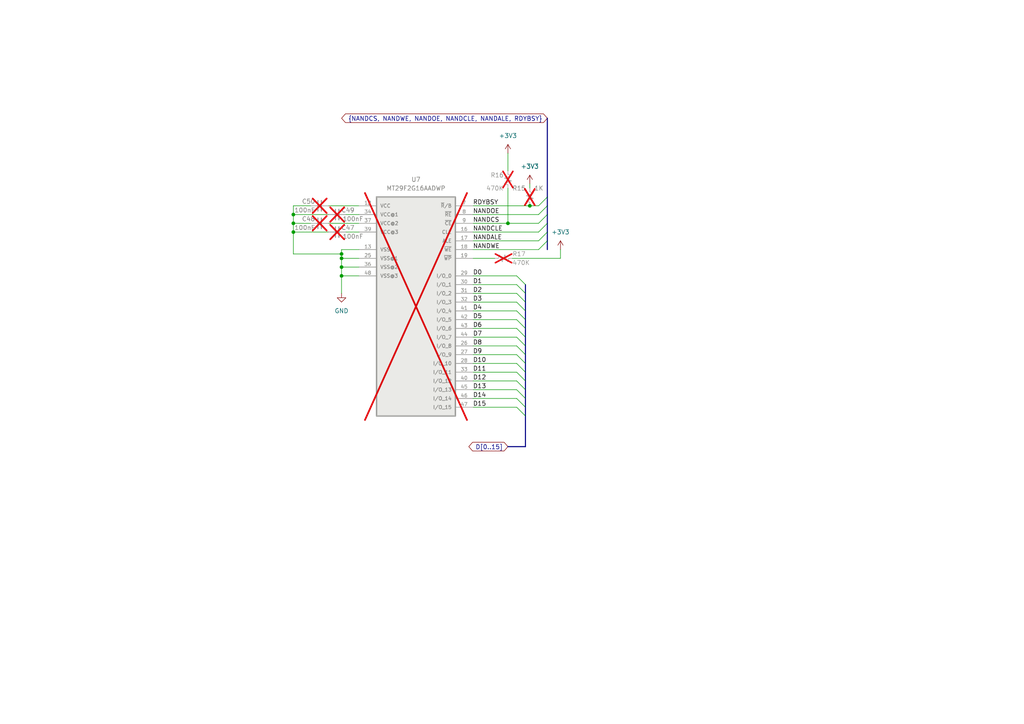
<source format=kicad_sch>
(kicad_sch (version 20230121) (generator eeschema)
  (paper "A4")
  (lib_symbols
    (symbol "Device:C_Small" (pin_numbers hide) (pin_names (offset 0.254) hide)
      (property "Reference" "C" (at 0.254 1.778 0))
      (property "Value" "C_Small" (at 0.254 -2.032 0))
      (symbol "C_Small_0_1"
        (polyline (pts (xy -1.524 -0.508) (xy 1.524 -0.508)) (stroke (width 0.3302)))
        (polyline (pts (xy -1.524 0.508) (xy 1.524 0.508)) (stroke (width 0.3048)))
      )
      (symbol "C_Small_1_1"
        (pin passive line (at 0 2.54 270) (length 2.032) (name "~") (number "1"))
        (pin passive line (at 0 -2.54 90) (length 2.032) (name "~") (number "2"))
      )
    )
    (symbol "Device:R_Small_US" (pin_numbers hide) (pin_names (offset 0.254) hide)
      (property "Reference" "R" (at 0.762 0.508 0))
      (property "Value" "R_Small_US" (at 0.762 -1.016 0))
      (symbol "R_Small_US_1_1"
        (polyline (pts (xy 0 0) (xy 1.016 -0.381) (xy 0 -0.762) (xy -1.016 -1.143) (xy 0 -1.524)))
        (polyline (pts (xy 0 1.524) (xy 1.016 1.143) (xy 0 0.762) (xy -1.016 0.381) (xy 0 0)))
        (pin passive line (at 0 2.54 270) (length 1.016) (name "~") (number "1"))
        (pin passive line (at 0 -2.54 90) (length 1.016) (name "~") (number "2"))
      )
    )
    (symbol "GhazanCustom:MT29F2G16AADWP" (pin_names (offset 1.016))
      (property "Reference" "U" (at 0 -5.08 0))
      (property "Value" "MT29F2G16AADWP" (at 0 -2.54 0))
      (symbol "MT29F2G16AADWP_0_0"
        (rectangle (start 0 0) (end 22.86 63.5) (stroke (width 0.4064)) (fill (type background)))
        (pin passive line (at -5.08 60.96 0) (length 5.08) (name "VCC") (number "12"))
        (pin passive line (at -5.08 48.26 0) (length 5.08) (name "VSS") (number "13"))
        (pin bidirectional line (at 27.94 53.34 180) (length 5.08) (name "CLE") (number "16"))
        (pin bidirectional line (at 27.94 50.8 180) (length 5.08) (name "ALE") (number "17"))
        (pin bidirectional line (at 27.94 48.26 180) (length 5.08) (name "~{WE}") (number "18"))
        (pin bidirectional line (at 27.94 45.72 180) (length 5.08) (name "~{WP}") (number "19"))
        (pin passive line (at -5.08 45.72 0) (length 5.08) (name "VSS@1") (number "25"))
        (pin bidirectional line (at 27.94 20.32 180) (length 5.08) (name "I/O_8") (number "26"))
        (pin bidirectional line (at 27.94 17.78 180) (length 5.08) (name "I/O_9") (number "27"))
        (pin bidirectional line (at 27.94 15.24 180) (length 5.08) (name "I/O_10") (number "28"))
        (pin bidirectional line (at 27.94 40.64 180) (length 5.08) (name "I/O_0") (number "29"))
        (pin bidirectional line (at 27.94 38.1 180) (length 5.08) (name "I/O_1") (number "30"))
        (pin bidirectional line (at 27.94 35.56 180) (length 5.08) (name "I/O_2") (number "31"))
        (pin bidirectional line (at 27.94 33.02 180) (length 5.08) (name "I/O_3") (number "32"))
        (pin bidirectional line (at 27.94 12.7 180) (length 5.08) (name "I/O_11") (number "33"))
        (pin passive line (at -5.08 58.42 0) (length 5.08) (name "VCC@1") (number "34"))
        (pin passive line (at -5.08 43.18 0) (length 5.08) (name "VSS@2") (number "36"))
        (pin passive line (at -5.08 55.88 0) (length 5.08) (name "VCC@2") (number "37"))
        (pin passive line (at -5.08 53.34 0) (length 5.08) (name "VCC@3") (number "39"))
        (pin bidirectional line (at 27.94 10.16 180) (length 5.08) (name "I/O_12") (number "40"))
        (pin bidirectional line (at 27.94 30.48 180) (length 5.08) (name "I/O_4") (number "41"))
        (pin bidirectional line (at 27.94 27.94 180) (length 5.08) (name "I/O_5") (number "42"))
        (pin bidirectional line (at 27.94 25.4 180) (length 5.08) (name "I/O_6") (number "43"))
        (pin bidirectional line (at 27.94 22.86 180) (length 5.08) (name "I/O_7") (number "44"))
        (pin bidirectional line (at 27.94 7.62 180) (length 5.08) (name "I/O_13") (number "45"))
        (pin bidirectional line (at 27.94 5.08 180) (length 5.08) (name "I/O_14") (number "46"))
        (pin bidirectional line (at 27.94 2.54 180) (length 5.08) (name "I/O_15") (number "47"))
        (pin passive line (at -5.08 40.64 0) (length 5.08) (name "VSS@3") (number "48"))
        (pin bidirectional line (at 27.94 60.96 180) (length 5.08) (name "~{R}/B") (number "7"))
        (pin bidirectional line (at 27.94 58.42 180) (length 5.08) (name "~{RE}") (number "8"))
        (pin bidirectional line (at 27.94 55.88 180) (length 5.08) (name "~{CE}") (number "9"))
      )
    )
    (symbol "power:+3V3" (power) (pin_names (offset 0))
      (property "Value" "+3V3" (at 0 3.556 0))
      (symbol "+3V3_0_1"
        (polyline (pts (xy -0.762 1.27) (xy 0 2.54)))
        (polyline (pts (xy 0 0) (xy 0 2.54)))
        (polyline (pts (xy 0 2.54) (xy 0.762 1.27)))
      )
      (symbol "+3V3_1_1"
        (pin power_in line (at 0 0 90) (length 0) hide (name "+3V3") (number "1"))
      )
    )
    (symbol "power:GND" (power) (pin_names (offset 0))
      (property "Value" "GND" (at 0 -3.81 0))
      (symbol "GND_0_1"
        (polyline (pts (xy 0 0) (xy 0 -1.27) (xy 1.27 -1.27) (xy 0 -2.54) (xy -1.27 -1.27) (xy 0 -1.27)))
      )
      (symbol "GND_1_1"
        (pin power_in line (at 0 0 270) (length 0) hide (name "GND") (number "1"))
      )
    )
  )
  (junction (at 85.09 67.31))
  (junction (at 99.06 77.47))
  (junction (at 85.09 62.23))
  (junction (at 99.06 80.01))
  (junction (at 99.06 74.93))
  (junction (at 147.32 64.77))
  (junction (at 153.67 59.69))
  (junction (at 85.09 64.77))
  (junction (at 99.06 73.66))
  (bus_entry (at 152.4 87.63) (size -2.54 -2.54))
  (bus_entry (at 152.4 105.41) (size -2.54 -2.54))
  (bus_entry (at 158.75 59.69) (size -2.54 2.54))
  (bus_entry (at 152.4 100.33) (size -2.54 -2.54))
  (bus_entry (at 158.75 57.15) (size -2.54 2.54))
  (bus_entry (at 152.4 102.87) (size -2.54 -2.54))
  (bus_entry (at 152.4 115.57) (size -2.54 -2.54))
  (bus_entry (at 158.75 67.31) (size -2.54 2.54))
  (bus_entry (at 152.4 92.71) (size -2.54 -2.54))
  (bus_entry (at 152.4 120.65) (size -2.54 -2.54))
  (bus_entry (at 158.75 64.77) (size -2.54 2.54))
  (bus_entry (at 152.4 113.03) (size -2.54 -2.54))
  (bus_entry (at 152.4 85.09) (size -2.54 -2.54))
  (bus_entry (at 152.4 97.79) (size -2.54 -2.54))
  (bus_entry (at 152.4 82.55) (size -2.54 -2.54))
  (bus_entry (at 158.75 62.23) (size -2.54 2.54))
  (bus_entry (at 152.4 95.25) (size -2.54 -2.54))
  (bus_entry (at 152.4 90.17) (size -2.54 -2.54))
  (bus_entry (at 152.4 118.11) (size -2.54 -2.54))
  (bus_entry (at 152.4 107.95) (size -2.54 -2.54))
  (bus_entry (at 158.75 69.85) (size -2.54 2.54))
  (bus_entry (at 152.4 110.49) (size -2.54 -2.54))
  (wire (pts (xy 99.06 80.01) (xy 104.14 80.01)))
  (wire (pts (xy 147.32 64.77) (xy 156.21 64.77)))
  (bus (pts (xy 158.75 59.69) (xy 158.75 62.23)))
  (wire (pts (xy 85.09 73.66) (xy 99.06 73.66)))
  (wire (pts (xy 137.16 87.63) (xy 149.86 87.63)))
  (bus (pts (xy 152.4 105.41) (xy 152.4 107.95)))
  (bus (pts (xy 152.4 85.09) (xy 152.4 87.63)))
  (wire (pts (xy 137.16 95.25) (xy 149.86 95.25)))
  (wire (pts (xy 85.09 64.77) (xy 90.17 64.77)))
  (bus (pts (xy 152.4 87.63) (xy 152.4 90.17)))
  (bus (pts (xy 152.4 110.49) (xy 152.4 113.03)))
  (wire (pts (xy 99.06 73.66) (xy 99.06 74.93)))
  (wire (pts (xy 85.09 62.23) (xy 95.25 62.23)))
  (wire (pts (xy 99.06 72.39) (xy 99.06 73.66)))
  (bus (pts (xy 152.4 120.65) (xy 152.4 129.54)))
  (wire (pts (xy 137.16 115.57) (xy 149.86 115.57)))
  (wire (pts (xy 137.16 80.01) (xy 149.86 80.01)))
  (wire (pts (xy 137.16 67.31) (xy 156.21 67.31)))
  (wire (pts (xy 137.16 85.09) (xy 149.86 85.09)))
  (wire (pts (xy 137.16 102.87) (xy 149.86 102.87)))
  (wire (pts (xy 85.09 64.77) (xy 85.09 67.31)))
  (wire (pts (xy 95.25 59.69) (xy 104.14 59.69)))
  (bus (pts (xy 158.75 67.31) (xy 158.75 69.85)))
  (wire (pts (xy 137.16 118.11) (xy 149.86 118.11)))
  (bus (pts (xy 152.4 107.95) (xy 152.4 110.49)))
  (wire (pts (xy 85.09 59.69) (xy 85.09 62.23)))
  (wire (pts (xy 95.25 64.77) (xy 104.14 64.77)))
  (wire (pts (xy 137.16 74.93) (xy 143.51 74.93)))
  (wire (pts (xy 148.59 74.93) (xy 162.56 74.93)))
  (wire (pts (xy 99.06 74.93) (xy 99.06 77.47)))
  (wire (pts (xy 99.06 80.01) (xy 99.06 85.09)))
  (bus (pts (xy 152.4 95.25) (xy 152.4 97.79)))
  (wire (pts (xy 137.16 107.95) (xy 149.86 107.95)))
  (wire (pts (xy 153.67 53.34) (xy 153.67 54.61)))
  (wire (pts (xy 137.16 97.79) (xy 149.86 97.79)))
  (wire (pts (xy 85.09 62.23) (xy 85.09 64.77)))
  (wire (pts (xy 104.14 72.39) (xy 99.06 72.39)))
  (wire (pts (xy 99.06 77.47) (xy 99.06 80.01)))
  (wire (pts (xy 137.16 64.77) (xy 147.32 64.77)))
  (bus (pts (xy 152.4 102.87) (xy 152.4 105.41)))
  (wire (pts (xy 99.06 74.93) (xy 104.14 74.93)))
  (wire (pts (xy 100.33 62.23) (xy 104.14 62.23)))
  (wire (pts (xy 147.32 54.61) (xy 147.32 64.77)))
  (bus (pts (xy 158.75 69.85) (xy 158.75 72.39)))
  (bus (pts (xy 152.4 115.57) (xy 152.4 118.11)))
  (bus (pts (xy 152.4 97.79) (xy 152.4 100.33)))
  (wire (pts (xy 99.06 77.47) (xy 104.14 77.47)))
  (wire (pts (xy 137.16 59.69) (xy 153.67 59.69)))
  (wire (pts (xy 162.56 74.93) (xy 162.56 72.39)))
  (wire (pts (xy 137.16 105.41) (xy 149.86 105.41)))
  (wire (pts (xy 137.16 90.17) (xy 149.86 90.17)))
  (bus (pts (xy 158.75 64.77) (xy 158.75 67.31)))
  (wire (pts (xy 137.16 69.85) (xy 156.21 69.85)))
  (bus (pts (xy 158.75 62.23) (xy 158.75 64.77)))
  (wire (pts (xy 85.09 59.69) (xy 90.17 59.69)))
  (wire (pts (xy 137.16 62.23) (xy 156.21 62.23)))
  (wire (pts (xy 137.16 82.55) (xy 149.86 82.55)))
  (wire (pts (xy 137.16 72.39) (xy 156.21 72.39)))
  (bus (pts (xy 147.32 129.54) (xy 152.4 129.54)))
  (wire (pts (xy 137.16 110.49) (xy 149.86 110.49)))
  (wire (pts (xy 137.16 100.33) (xy 149.86 100.33)))
  (wire (pts (xy 85.09 67.31) (xy 95.25 67.31)))
  (wire (pts (xy 85.09 67.31) (xy 85.09 73.66)))
  (bus (pts (xy 152.4 82.55) (xy 152.4 85.09)))
  (wire (pts (xy 137.16 92.71) (xy 149.86 92.71)))
  (wire (pts (xy 100.33 67.31) (xy 104.14 67.31)))
  (wire (pts (xy 153.67 59.69) (xy 156.21 59.69)))
  (bus (pts (xy 158.75 34.29) (xy 158.75 57.15)))
  (bus (pts (xy 152.4 90.17) (xy 152.4 92.71)))
  (bus (pts (xy 152.4 113.03) (xy 152.4 115.57)))
  (bus (pts (xy 152.4 92.71) (xy 152.4 95.25)))
  (wire (pts (xy 147.32 44.45) (xy 147.32 49.53)))
  (bus (pts (xy 158.75 57.15) (xy 158.75 59.69)))
  (bus (pts (xy 152.4 100.33) (xy 152.4 102.87)))
  (bus (pts (xy 152.4 118.11) (xy 152.4 120.65)))
  (wire (pts (xy 137.16 113.03) (xy 149.86 113.03)))
  (label "D13" (at 137.16 113.03 0))
  (label "D7" (at 137.16 97.79 0))
  (label "RDYBSY" (at 137.16 59.69 0))
  (label "D15" (at 137.16 118.11 0))
  (label "D10" (at 137.16 105.41 0))
  (label "NANDOE" (at 137.16 62.23 0))
  (label "D4" (at 137.16 90.17 0))
  (label "D3" (at 137.16 87.63 0))
  (label "D0" (at 137.16 80.01 0))
  (label "D12" (at 137.16 110.49 0))
  (label "D6" (at 137.16 95.25 0))
  (label "D14" (at 137.16 115.57 0))
  (label "D1" (at 137.16 82.55 0))
  (label "D2" (at 137.16 85.09 0))
  (label "D11" (at 137.16 107.95 0))
  (label "D8" (at 137.16 100.33 0))
  (label "NANDCS" (at 137.16 64.77 0))
  (label "NANDALE" (at 137.16 69.85 0))
  (label "NANDCLE" (at 137.16 67.31 0))
  (label "D9" (at 137.16 102.87 0))
  (label "NANDWE" (at 137.16 72.39 0))
  (label "D5" (at 137.16 92.71 0))
  (global_label "{NANDCS, NANDWE, NANDOE, NANDCLE, NANDALE, RDYBSY}" (shape bidirectional) (at 158.75 34.29 180) (property "Intersheetrefs" "${INTERSHEET_REFS}" (effects hide)))
  (global_label "D[0..15]" (shape bidirectional) (at 147.32 129.54 180) (property "Intersheetrefs" "${INTERSHEET_REFS}" (effects hide)))
  (symbol (lib_id "Device:C_Small") (at 92.71 64.77 90) (unit 1) (in_bom no) (on_board no) (dnp yes)
    (property "Reference" "C48" (at 91.44 63.5 90) (effects (justify left)))
    (property "Value" "100nF" (at 91.44 66.04 90) (effects (justify left)))
    (property "Footprint" "Capacitor_SMD:C_0805_2012Metric" (effects hide))
    (property "Sim.Enable" "0" (effects hide))
  )
  (symbol (lib_id "Device:R_Small_US") (at 147.32 52.07 0) (unit 1) (in_bom no) (on_board no) (dnp yes)
    (property "Reference" "R16" (at 142.24 50.8 0) (effects (justify left)))
    (property "Value" "470K" (at 140.97 54.61 0) (effects (justify left)))
    (property "Footprint" "Resistor_SMD:R_0805_2012Metric" (effects hide))
    (property "Sim.Enable" "0" (effects hide))
  )
  (symbol (lib_id "GhazanCustom:MT29F2G16AADWP") (at 109.22 120.65 0) (unit 1) (in_bom no) (on_board no) (dnp yes)
    (property "Reference" "U7" (at 120.65 52.07 0))
    (property "Value" "MT29F2G16AADWP" (at 120.65 54.61 0))
    (property "Footprint" "GhazanCustom:TSOP-48" (effects hide))
    (property "Sim.Enable" "0" (effects hide))
  )
  (symbol (lib_id "power:+3V3") (at 162.56 72.39 0) (unit 1)
    (property "Reference" "#PWR031" (effects hide))
    (property "Value" "+3V3" (at 162.56 67.31 0))
  )
  (symbol (lib_id "power:GND") (at 99.06 85.09 0) (unit 1)
    (property "Reference" "#PWR030" (effects hide))
    (property "Value" "GND" (at 99.06 90.17 0))
  )
  (symbol (lib_id "power:+3V3") (at 147.32 44.45 0) (unit 1)
    (property "Reference" "#PWR033" (effects hide))
    (property "Value" "+3V3" (at 147.32 39.37 0))
  )
  (symbol (lib_id "Device:C_Small") (at 92.71 59.69 90) (unit 1) (in_bom no) (on_board no) (dnp yes)
    (property "Reference" "C50" (at 91.44 58.42 90) (effects (justify left)))
    (property "Value" "100nF" (at 91.44 60.96 90) (effects (justify left)))
    (property "Footprint" "Capacitor_SMD:C_0805_2012Metric" (effects hide))
    (property "Sim.Enable" "0" (effects hide))
  )
  (symbol (lib_id "Device:R_Small_US") (at 153.67 57.15 0) (unit 1) (in_bom no) (on_board no) (dnp yes)
    (property "Reference" "R15" (at 148.59 54.61 0) (effects (justify left)))
    (property "Value" "1K" (at 154.94 54.61 0) (effects (justify left)))
    (property "Footprint" "Resistor_SMD:R_0805_2012Metric" (effects hide))
    (property "Sim.Enable" "0" (effects hide))
  )
  (symbol (lib_id "Device:C_Small") (at 97.79 62.23 90) (unit 1) (in_bom no) (on_board no) (dnp yes)
    (property "Reference" "C49" (at 102.87 60.96 90) (effects (justify left)))
    (property "Value" "100nF" (at 105.41 63.5 90) (effects (justify left)))
    (property "Footprint" "Capacitor_SMD:C_0805_2012Metric" (effects hide))
    (property "Sim.Enable" "0" (effects hide))
  )
  (symbol (lib_id "Device:C_Small") (at 97.79 67.31 90) (unit 1) (in_bom no) (on_board no) (dnp yes)
    (property "Reference" "C47" (at 102.87 66.04 90) (effects (justify left)))
    (property "Value" "100nF" (at 105.41 68.58 90) (effects (justify left)))
    (property "Footprint" "Capacitor_SMD:C_0805_2012Metric" (effects hide))
    (property "Sim.Enable" "0" (effects hide))
  )
  (symbol (lib_id "Device:R_Small_US") (at 146.05 74.93 270) (unit 1) (in_bom no) (on_board no) (dnp yes)
    (property "Reference" "R17" (at 148.59 73.66 90) (effects (justify left)))
    (property "Value" "470K" (at 148.59 76.2 90) (effects (justify left)))
    (property "Footprint" "Resistor_SMD:R_0805_2012Metric" (effects hide))
    (property "Sim.Enable" "0" (effects hide))
  )
  (symbol (lib_id "power:+3V3") (at 153.67 53.34 0) (unit 1)
    (property "Reference" "#PWR032" (effects hide))
    (property "Value" "+3V3" (at 153.67 48.26 0))
  )
)
</source>
